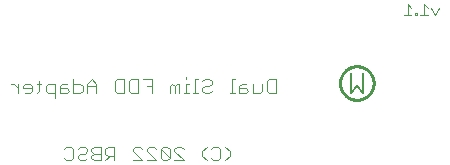
<source format=gbo>
G75*
%MOIN*%
%OFA0B0*%
%FSLAX25Y25*%
%IPPOS*%
%LPD*%
%AMOC8*
5,1,8,0,0,1.08239X$1,22.5*
%
%ADD10C,0.00400*%
%ADD11C,0.00300*%
%ADD12C,0.01000*%
%ADD13C,0.00600*%
D10*
X0043835Y0031467D02*
X0044602Y0030700D01*
X0046137Y0030700D01*
X0046904Y0031467D01*
X0046904Y0034537D01*
X0046137Y0035304D01*
X0044602Y0035304D01*
X0043835Y0034537D01*
X0048439Y0034537D02*
X0049206Y0035304D01*
X0050741Y0035304D01*
X0051508Y0034537D01*
X0051508Y0033769D01*
X0050741Y0033002D01*
X0049206Y0033002D01*
X0048439Y0032235D01*
X0048439Y0031467D01*
X0049206Y0030700D01*
X0050741Y0030700D01*
X0051508Y0031467D01*
X0053043Y0031467D02*
X0053810Y0030700D01*
X0056112Y0030700D01*
X0056112Y0035304D01*
X0053810Y0035304D01*
X0053043Y0034537D01*
X0053043Y0033769D01*
X0053810Y0033002D01*
X0056112Y0033002D01*
X0057647Y0033002D02*
X0058414Y0032235D01*
X0060716Y0032235D01*
X0059181Y0032235D02*
X0057647Y0030700D01*
X0060716Y0030700D02*
X0060716Y0035304D01*
X0058414Y0035304D01*
X0057647Y0034537D01*
X0057647Y0033002D01*
X0053810Y0033002D02*
X0053043Y0032235D01*
X0053043Y0031467D01*
X0066854Y0030700D02*
X0069924Y0030700D01*
X0066854Y0033769D01*
X0066854Y0034537D01*
X0067622Y0035304D01*
X0069156Y0035304D01*
X0069924Y0034537D01*
X0071458Y0034537D02*
X0071458Y0033769D01*
X0074528Y0030700D01*
X0071458Y0030700D01*
X0076062Y0031467D02*
X0076830Y0030700D01*
X0078364Y0030700D01*
X0079132Y0031467D01*
X0076062Y0034537D01*
X0076062Y0031467D01*
X0079132Y0031467D02*
X0079132Y0034537D01*
X0078364Y0035304D01*
X0076830Y0035304D01*
X0076062Y0034537D01*
X0074528Y0034537D02*
X0073760Y0035304D01*
X0072226Y0035304D01*
X0071458Y0034537D01*
X0080666Y0034537D02*
X0080666Y0033769D01*
X0083735Y0030700D01*
X0080666Y0030700D01*
X0080666Y0034537D02*
X0081433Y0035304D01*
X0082968Y0035304D01*
X0083735Y0034537D01*
X0089874Y0033769D02*
X0089874Y0032235D01*
X0091409Y0030700D01*
X0092943Y0031467D02*
X0093711Y0030700D01*
X0095245Y0030700D01*
X0096013Y0031467D01*
X0096013Y0034537D01*
X0095245Y0035304D01*
X0093711Y0035304D01*
X0092943Y0034537D01*
X0091409Y0035304D02*
X0089874Y0033769D01*
X0097547Y0035304D02*
X0099082Y0033769D01*
X0099082Y0032235D01*
X0097547Y0030700D01*
X0099230Y0053200D02*
X0100765Y0053200D01*
X0099998Y0053200D02*
X0099998Y0057804D01*
X0100765Y0057804D01*
X0103067Y0056269D02*
X0102300Y0055502D01*
X0102300Y0053200D01*
X0104602Y0053200D01*
X0105369Y0053967D01*
X0104602Y0054735D01*
X0102300Y0054735D01*
X0103067Y0056269D02*
X0104602Y0056269D01*
X0106904Y0056269D02*
X0106904Y0053200D01*
X0109205Y0053200D01*
X0109973Y0053967D01*
X0109973Y0056269D01*
X0111507Y0057037D02*
X0112275Y0057804D01*
X0114577Y0057804D01*
X0114577Y0053200D01*
X0112275Y0053200D01*
X0111507Y0053967D01*
X0111507Y0057037D01*
X0093092Y0057037D02*
X0093092Y0056269D01*
X0092324Y0055502D01*
X0090790Y0055502D01*
X0090022Y0054735D01*
X0090022Y0053967D01*
X0090790Y0053200D01*
X0092324Y0053200D01*
X0093092Y0053967D01*
X0088488Y0053200D02*
X0086953Y0053200D01*
X0087721Y0053200D02*
X0087721Y0057804D01*
X0088488Y0057804D01*
X0090022Y0057037D02*
X0090790Y0057804D01*
X0092324Y0057804D01*
X0093092Y0057037D01*
X0085419Y0056269D02*
X0084651Y0056269D01*
X0084651Y0053200D01*
X0083884Y0053200D02*
X0085419Y0053200D01*
X0082349Y0053200D02*
X0082349Y0056269D01*
X0081582Y0056269D01*
X0080815Y0055502D01*
X0080047Y0056269D01*
X0079280Y0055502D01*
X0079280Y0053200D01*
X0080815Y0053200D02*
X0080815Y0055502D01*
X0084651Y0057804D02*
X0084651Y0058571D01*
X0073141Y0057804D02*
X0070072Y0057804D01*
X0068537Y0057804D02*
X0066236Y0057804D01*
X0065468Y0057037D01*
X0065468Y0053967D01*
X0066236Y0053200D01*
X0068537Y0053200D01*
X0068537Y0057804D01*
X0063934Y0057804D02*
X0061632Y0057804D01*
X0060864Y0057037D01*
X0060864Y0053967D01*
X0061632Y0053200D01*
X0063934Y0053200D01*
X0063934Y0057804D01*
X0071607Y0055502D02*
X0073141Y0055502D01*
X0073141Y0053200D02*
X0073141Y0057804D01*
X0054726Y0056269D02*
X0054726Y0053200D01*
X0051656Y0053200D02*
X0051656Y0056269D01*
X0053191Y0057804D01*
X0054726Y0056269D01*
X0054726Y0055502D02*
X0051656Y0055502D01*
X0050122Y0055502D02*
X0050122Y0053967D01*
X0049354Y0053200D01*
X0047053Y0053200D01*
X0047053Y0057804D01*
X0047053Y0056269D02*
X0049354Y0056269D01*
X0050122Y0055502D01*
X0045518Y0053967D02*
X0044751Y0053200D01*
X0042449Y0053200D01*
X0042449Y0055502D01*
X0043216Y0056269D01*
X0044751Y0056269D01*
X0044751Y0054735D02*
X0042449Y0054735D01*
X0040914Y0056269D02*
X0038612Y0056269D01*
X0037845Y0055502D01*
X0037845Y0053967D01*
X0038612Y0053200D01*
X0040914Y0053200D01*
X0040914Y0051665D02*
X0040914Y0056269D01*
X0044751Y0054735D02*
X0045518Y0053967D01*
X0036310Y0056269D02*
X0034775Y0056269D01*
X0035543Y0057037D02*
X0035543Y0053967D01*
X0034775Y0053200D01*
X0033241Y0053967D02*
X0033241Y0055502D01*
X0032473Y0056269D01*
X0030939Y0056269D01*
X0030171Y0055502D01*
X0030171Y0054735D01*
X0033241Y0054735D01*
X0033241Y0053967D02*
X0032473Y0053200D01*
X0030939Y0053200D01*
X0028637Y0053200D02*
X0028637Y0056269D01*
X0028637Y0054735D02*
X0027102Y0056269D01*
X0026335Y0056269D01*
D11*
X0157173Y0079150D02*
X0159642Y0079150D01*
X0160867Y0079150D02*
X0160867Y0079767D01*
X0161484Y0079767D01*
X0161484Y0079150D01*
X0160867Y0079150D01*
X0162698Y0079150D02*
X0165167Y0079150D01*
X0163932Y0079150D02*
X0163932Y0082853D01*
X0165167Y0081619D01*
X0166381Y0081619D02*
X0167616Y0079150D01*
X0168850Y0081619D01*
X0159642Y0081619D02*
X0158408Y0082853D01*
X0158408Y0079150D01*
D12*
X0135910Y0056500D02*
X0135912Y0056649D01*
X0135918Y0056799D01*
X0135928Y0056948D01*
X0135942Y0057097D01*
X0135960Y0057245D01*
X0135982Y0057393D01*
X0136008Y0057540D01*
X0136037Y0057687D01*
X0136071Y0057832D01*
X0136109Y0057977D01*
X0136150Y0058120D01*
X0136195Y0058263D01*
X0136244Y0058404D01*
X0136297Y0058544D01*
X0136354Y0058682D01*
X0136414Y0058819D01*
X0136478Y0058954D01*
X0136545Y0059088D01*
X0136616Y0059219D01*
X0136690Y0059349D01*
X0136768Y0059476D01*
X0136849Y0059602D01*
X0136934Y0059725D01*
X0137022Y0059846D01*
X0137113Y0059964D01*
X0137207Y0060080D01*
X0137304Y0060194D01*
X0137405Y0060305D01*
X0137508Y0060413D01*
X0137614Y0060518D01*
X0137723Y0060621D01*
X0137834Y0060720D01*
X0137948Y0060817D01*
X0138065Y0060910D01*
X0138184Y0061000D01*
X0138306Y0061087D01*
X0138429Y0061171D01*
X0138555Y0061252D01*
X0138683Y0061329D01*
X0138814Y0061402D01*
X0138946Y0061472D01*
X0139079Y0061539D01*
X0139215Y0061602D01*
X0139352Y0061661D01*
X0139491Y0061716D01*
X0139631Y0061768D01*
X0139773Y0061816D01*
X0139915Y0061861D01*
X0140059Y0061901D01*
X0140204Y0061938D01*
X0140350Y0061970D01*
X0140497Y0061999D01*
X0140644Y0062024D01*
X0140792Y0062045D01*
X0140940Y0062062D01*
X0141089Y0062075D01*
X0141239Y0062084D01*
X0141388Y0062089D01*
X0141537Y0062090D01*
X0141687Y0062087D01*
X0141836Y0062080D01*
X0141985Y0062069D01*
X0142134Y0062054D01*
X0142282Y0062035D01*
X0142430Y0062012D01*
X0142577Y0061985D01*
X0142723Y0061955D01*
X0142868Y0061920D01*
X0143013Y0061881D01*
X0143156Y0061839D01*
X0143298Y0061793D01*
X0143439Y0061743D01*
X0143579Y0061689D01*
X0143717Y0061632D01*
X0143853Y0061571D01*
X0143988Y0061506D01*
X0144121Y0061438D01*
X0144252Y0061366D01*
X0144381Y0061290D01*
X0144508Y0061212D01*
X0144633Y0061130D01*
X0144755Y0061044D01*
X0144876Y0060956D01*
X0144994Y0060864D01*
X0145109Y0060769D01*
X0145222Y0060671D01*
X0145332Y0060570D01*
X0145439Y0060466D01*
X0145544Y0060359D01*
X0145646Y0060250D01*
X0145745Y0060138D01*
X0145840Y0060023D01*
X0145933Y0059905D01*
X0146022Y0059786D01*
X0146109Y0059664D01*
X0146192Y0059539D01*
X0146271Y0059413D01*
X0146347Y0059284D01*
X0146420Y0059154D01*
X0146489Y0059021D01*
X0146555Y0058887D01*
X0146617Y0058751D01*
X0146675Y0058613D01*
X0146730Y0058474D01*
X0146781Y0058334D01*
X0146828Y0058192D01*
X0146871Y0058049D01*
X0146911Y0057905D01*
X0146946Y0057759D01*
X0146978Y0057613D01*
X0147006Y0057467D01*
X0147030Y0057319D01*
X0147050Y0057171D01*
X0147066Y0057022D01*
X0147078Y0056873D01*
X0147086Y0056724D01*
X0147090Y0056575D01*
X0147090Y0056425D01*
X0147086Y0056276D01*
X0147078Y0056127D01*
X0147066Y0055978D01*
X0147050Y0055829D01*
X0147030Y0055681D01*
X0147006Y0055533D01*
X0146978Y0055387D01*
X0146946Y0055241D01*
X0146911Y0055095D01*
X0146871Y0054951D01*
X0146828Y0054808D01*
X0146781Y0054666D01*
X0146730Y0054526D01*
X0146675Y0054387D01*
X0146617Y0054249D01*
X0146555Y0054113D01*
X0146489Y0053979D01*
X0146420Y0053846D01*
X0146347Y0053716D01*
X0146271Y0053587D01*
X0146192Y0053461D01*
X0146109Y0053336D01*
X0146022Y0053214D01*
X0145933Y0053095D01*
X0145840Y0052977D01*
X0145745Y0052862D01*
X0145646Y0052750D01*
X0145544Y0052641D01*
X0145439Y0052534D01*
X0145332Y0052430D01*
X0145222Y0052329D01*
X0145109Y0052231D01*
X0144994Y0052136D01*
X0144876Y0052044D01*
X0144755Y0051956D01*
X0144633Y0051870D01*
X0144508Y0051788D01*
X0144381Y0051710D01*
X0144252Y0051634D01*
X0144121Y0051562D01*
X0143988Y0051494D01*
X0143853Y0051429D01*
X0143717Y0051368D01*
X0143579Y0051311D01*
X0143439Y0051257D01*
X0143298Y0051207D01*
X0143156Y0051161D01*
X0143013Y0051119D01*
X0142868Y0051080D01*
X0142723Y0051045D01*
X0142577Y0051015D01*
X0142430Y0050988D01*
X0142282Y0050965D01*
X0142134Y0050946D01*
X0141985Y0050931D01*
X0141836Y0050920D01*
X0141687Y0050913D01*
X0141537Y0050910D01*
X0141388Y0050911D01*
X0141239Y0050916D01*
X0141089Y0050925D01*
X0140940Y0050938D01*
X0140792Y0050955D01*
X0140644Y0050976D01*
X0140497Y0051001D01*
X0140350Y0051030D01*
X0140204Y0051062D01*
X0140059Y0051099D01*
X0139915Y0051139D01*
X0139773Y0051184D01*
X0139631Y0051232D01*
X0139491Y0051284D01*
X0139352Y0051339D01*
X0139215Y0051398D01*
X0139079Y0051461D01*
X0138946Y0051528D01*
X0138814Y0051598D01*
X0138683Y0051671D01*
X0138555Y0051748D01*
X0138429Y0051829D01*
X0138306Y0051913D01*
X0138184Y0052000D01*
X0138065Y0052090D01*
X0137948Y0052183D01*
X0137834Y0052280D01*
X0137723Y0052379D01*
X0137614Y0052482D01*
X0137508Y0052587D01*
X0137405Y0052695D01*
X0137304Y0052806D01*
X0137207Y0052920D01*
X0137113Y0053036D01*
X0137022Y0053154D01*
X0136934Y0053275D01*
X0136849Y0053398D01*
X0136768Y0053524D01*
X0136690Y0053651D01*
X0136616Y0053781D01*
X0136545Y0053912D01*
X0136478Y0054046D01*
X0136414Y0054181D01*
X0136354Y0054318D01*
X0136297Y0054456D01*
X0136244Y0054596D01*
X0136195Y0054737D01*
X0136150Y0054880D01*
X0136109Y0055023D01*
X0136071Y0055168D01*
X0136037Y0055313D01*
X0136008Y0055460D01*
X0135982Y0055607D01*
X0135960Y0055755D01*
X0135942Y0055903D01*
X0135928Y0056052D01*
X0135918Y0056201D01*
X0135912Y0056351D01*
X0135910Y0056500D01*
D13*
X0139430Y0053300D02*
X0139430Y0059705D01*
X0143700Y0059705D02*
X0143700Y0053300D01*
X0141565Y0055435D01*
X0139430Y0053300D01*
M02*

</source>
